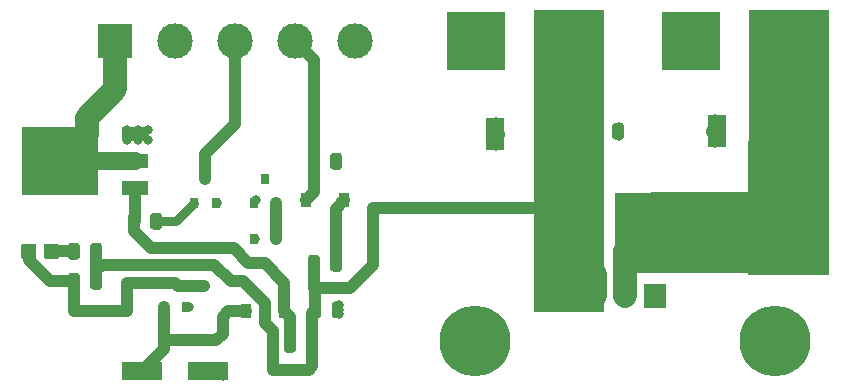
<source format=gbr>
G04 #@! TF.GenerationSoftware,KiCad,Pcbnew,(5.1.2)-2*
G04 #@! TF.CreationDate,2019-08-17T13:58:46+01:00*
G04 #@! TF.ProjectId,Sequencer,53657175-656e-4636-9572-2e6b69636164,rev?*
G04 #@! TF.SameCoordinates,Original*
G04 #@! TF.FileFunction,Copper,L1,Top*
G04 #@! TF.FilePolarity,Positive*
%FSLAX46Y46*%
G04 Gerber Fmt 4.6, Leading zero omitted, Abs format (unit mm)*
G04 Created by KiCad (PCBNEW (5.1.2)-2) date 2019-08-17 13:58:46*
%MOMM*%
%LPD*%
G04 APERTURE LIST*
%ADD10C,0.100000*%
%ADD11R,5.000000X5.000000*%
%ADD12O,1.905000X2.000000*%
%ADD13R,1.905000X2.000000*%
%ADD14R,3.500000X1.600000*%
%ADD15C,0.975000*%
%ADD16R,0.900000X1.200000*%
%ADD17R,0.800000X0.900000*%
%ADD18C,1.300000*%
%ADD19R,1.500000X2.700000*%
%ADD20C,3.000000*%
%ADD21R,3.000000X3.000000*%
%ADD22R,2.200000X1.200000*%
%ADD23R,6.400000X5.800000*%
%ADD24C,6.000000*%
%ADD25C,0.800000*%
%ADD26C,0.800000*%
%ADD27C,1.000000*%
%ADD28C,1.600000*%
%ADD29C,2.000000*%
%ADD30C,5.000000*%
%ADD31C,1.500000*%
G04 APERTURE END LIST*
D10*
G36*
X159385000Y-95885000D02*
G01*
X152654000Y-95885000D01*
X152717500Y-73533000D01*
X159448500Y-73533000D01*
X159385000Y-95885000D01*
G37*
X159385000Y-95885000D02*
X152654000Y-95885000D01*
X152717500Y-73533000D01*
X159448500Y-73533000D01*
X159385000Y-95885000D01*
G36*
X158115000Y-95758000D02*
G01*
X141351000Y-95758000D01*
X141351000Y-89027000D01*
X158115000Y-89027000D01*
X158115000Y-95758000D01*
G37*
X158115000Y-95758000D02*
X141351000Y-95758000D01*
X141351000Y-89027000D01*
X158115000Y-89027000D01*
X158115000Y-95758000D01*
G36*
X140335000Y-99060000D02*
G01*
X134493000Y-99060000D01*
X134493000Y-73533000D01*
X140335000Y-73533000D01*
X140335000Y-99060000D01*
G37*
X140335000Y-99060000D02*
X134493000Y-99060000D01*
X134493000Y-73533000D01*
X140335000Y-73533000D01*
X140335000Y-99060000D01*
D11*
X137554000Y-76200000D03*
X129654000Y-76200000D03*
X147815000Y-76200000D03*
X155715000Y-76200000D03*
D12*
X139700000Y-97790000D03*
X142240000Y-97790000D03*
D13*
X144780000Y-97790000D03*
D14*
X101340000Y-104140000D03*
X106940000Y-104140000D03*
D10*
G36*
X116297142Y-98234174D02*
G01*
X116320803Y-98237684D01*
X116344007Y-98243496D01*
X116366529Y-98251554D01*
X116388153Y-98261782D01*
X116408670Y-98274079D01*
X116427883Y-98288329D01*
X116445607Y-98304393D01*
X116461671Y-98322117D01*
X116475921Y-98341330D01*
X116488218Y-98361847D01*
X116498446Y-98383471D01*
X116506504Y-98405993D01*
X116512316Y-98429197D01*
X116515826Y-98452858D01*
X116517000Y-98476750D01*
X116517000Y-99389250D01*
X116515826Y-99413142D01*
X116512316Y-99436803D01*
X116506504Y-99460007D01*
X116498446Y-99482529D01*
X116488218Y-99504153D01*
X116475921Y-99524670D01*
X116461671Y-99543883D01*
X116445607Y-99561607D01*
X116427883Y-99577671D01*
X116408670Y-99591921D01*
X116388153Y-99604218D01*
X116366529Y-99614446D01*
X116344007Y-99622504D01*
X116320803Y-99628316D01*
X116297142Y-99631826D01*
X116273250Y-99633000D01*
X115785750Y-99633000D01*
X115761858Y-99631826D01*
X115738197Y-99628316D01*
X115714993Y-99622504D01*
X115692471Y-99614446D01*
X115670847Y-99604218D01*
X115650330Y-99591921D01*
X115631117Y-99577671D01*
X115613393Y-99561607D01*
X115597329Y-99543883D01*
X115583079Y-99524670D01*
X115570782Y-99504153D01*
X115560554Y-99482529D01*
X115552496Y-99460007D01*
X115546684Y-99436803D01*
X115543174Y-99413142D01*
X115542000Y-99389250D01*
X115542000Y-98476750D01*
X115543174Y-98452858D01*
X115546684Y-98429197D01*
X115552496Y-98405993D01*
X115560554Y-98383471D01*
X115570782Y-98361847D01*
X115583079Y-98341330D01*
X115597329Y-98322117D01*
X115613393Y-98304393D01*
X115631117Y-98288329D01*
X115650330Y-98274079D01*
X115670847Y-98261782D01*
X115692471Y-98251554D01*
X115714993Y-98243496D01*
X115738197Y-98237684D01*
X115761858Y-98234174D01*
X115785750Y-98233000D01*
X116273250Y-98233000D01*
X116297142Y-98234174D01*
X116297142Y-98234174D01*
G37*
D15*
X116029500Y-98933000D03*
D10*
G36*
X118172142Y-98234174D02*
G01*
X118195803Y-98237684D01*
X118219007Y-98243496D01*
X118241529Y-98251554D01*
X118263153Y-98261782D01*
X118283670Y-98274079D01*
X118302883Y-98288329D01*
X118320607Y-98304393D01*
X118336671Y-98322117D01*
X118350921Y-98341330D01*
X118363218Y-98361847D01*
X118373446Y-98383471D01*
X118381504Y-98405993D01*
X118387316Y-98429197D01*
X118390826Y-98452858D01*
X118392000Y-98476750D01*
X118392000Y-99389250D01*
X118390826Y-99413142D01*
X118387316Y-99436803D01*
X118381504Y-99460007D01*
X118373446Y-99482529D01*
X118363218Y-99504153D01*
X118350921Y-99524670D01*
X118336671Y-99543883D01*
X118320607Y-99561607D01*
X118302883Y-99577671D01*
X118283670Y-99591921D01*
X118263153Y-99604218D01*
X118241529Y-99614446D01*
X118219007Y-99622504D01*
X118195803Y-99628316D01*
X118172142Y-99631826D01*
X118148250Y-99633000D01*
X117660750Y-99633000D01*
X117636858Y-99631826D01*
X117613197Y-99628316D01*
X117589993Y-99622504D01*
X117567471Y-99614446D01*
X117545847Y-99604218D01*
X117525330Y-99591921D01*
X117506117Y-99577671D01*
X117488393Y-99561607D01*
X117472329Y-99543883D01*
X117458079Y-99524670D01*
X117445782Y-99504153D01*
X117435554Y-99482529D01*
X117427496Y-99460007D01*
X117421684Y-99436803D01*
X117418174Y-99413142D01*
X117417000Y-99389250D01*
X117417000Y-98476750D01*
X117418174Y-98452858D01*
X117421684Y-98429197D01*
X117427496Y-98405993D01*
X117435554Y-98383471D01*
X117445782Y-98361847D01*
X117458079Y-98341330D01*
X117472329Y-98322117D01*
X117488393Y-98304393D01*
X117506117Y-98288329D01*
X117525330Y-98274079D01*
X117545847Y-98261782D01*
X117567471Y-98251554D01*
X117589993Y-98243496D01*
X117613197Y-98237684D01*
X117636858Y-98234174D01*
X117660750Y-98233000D01*
X118148250Y-98233000D01*
X118172142Y-98234174D01*
X118172142Y-98234174D01*
G37*
D15*
X117904500Y-98933000D03*
D10*
G36*
X141921142Y-83121174D02*
G01*
X141944803Y-83124684D01*
X141968007Y-83130496D01*
X141990529Y-83138554D01*
X142012153Y-83148782D01*
X142032670Y-83161079D01*
X142051883Y-83175329D01*
X142069607Y-83191393D01*
X142085671Y-83209117D01*
X142099921Y-83228330D01*
X142112218Y-83248847D01*
X142122446Y-83270471D01*
X142130504Y-83292993D01*
X142136316Y-83316197D01*
X142139826Y-83339858D01*
X142141000Y-83363750D01*
X142141000Y-84276250D01*
X142139826Y-84300142D01*
X142136316Y-84323803D01*
X142130504Y-84347007D01*
X142122446Y-84369529D01*
X142112218Y-84391153D01*
X142099921Y-84411670D01*
X142085671Y-84430883D01*
X142069607Y-84448607D01*
X142051883Y-84464671D01*
X142032670Y-84478921D01*
X142012153Y-84491218D01*
X141990529Y-84501446D01*
X141968007Y-84509504D01*
X141944803Y-84515316D01*
X141921142Y-84518826D01*
X141897250Y-84520000D01*
X141409750Y-84520000D01*
X141385858Y-84518826D01*
X141362197Y-84515316D01*
X141338993Y-84509504D01*
X141316471Y-84501446D01*
X141294847Y-84491218D01*
X141274330Y-84478921D01*
X141255117Y-84464671D01*
X141237393Y-84448607D01*
X141221329Y-84430883D01*
X141207079Y-84411670D01*
X141194782Y-84391153D01*
X141184554Y-84369529D01*
X141176496Y-84347007D01*
X141170684Y-84323803D01*
X141167174Y-84300142D01*
X141166000Y-84276250D01*
X141166000Y-83363750D01*
X141167174Y-83339858D01*
X141170684Y-83316197D01*
X141176496Y-83292993D01*
X141184554Y-83270471D01*
X141194782Y-83248847D01*
X141207079Y-83228330D01*
X141221329Y-83209117D01*
X141237393Y-83191393D01*
X141255117Y-83175329D01*
X141274330Y-83161079D01*
X141294847Y-83148782D01*
X141316471Y-83138554D01*
X141338993Y-83130496D01*
X141362197Y-83124684D01*
X141385858Y-83121174D01*
X141409750Y-83120000D01*
X141897250Y-83120000D01*
X141921142Y-83121174D01*
X141921142Y-83121174D01*
G37*
D15*
X141653500Y-83820000D03*
D10*
G36*
X140046142Y-83121174D02*
G01*
X140069803Y-83124684D01*
X140093007Y-83130496D01*
X140115529Y-83138554D01*
X140137153Y-83148782D01*
X140157670Y-83161079D01*
X140176883Y-83175329D01*
X140194607Y-83191393D01*
X140210671Y-83209117D01*
X140224921Y-83228330D01*
X140237218Y-83248847D01*
X140247446Y-83270471D01*
X140255504Y-83292993D01*
X140261316Y-83316197D01*
X140264826Y-83339858D01*
X140266000Y-83363750D01*
X140266000Y-84276250D01*
X140264826Y-84300142D01*
X140261316Y-84323803D01*
X140255504Y-84347007D01*
X140247446Y-84369529D01*
X140237218Y-84391153D01*
X140224921Y-84411670D01*
X140210671Y-84430883D01*
X140194607Y-84448607D01*
X140176883Y-84464671D01*
X140157670Y-84478921D01*
X140137153Y-84491218D01*
X140115529Y-84501446D01*
X140093007Y-84509504D01*
X140069803Y-84515316D01*
X140046142Y-84518826D01*
X140022250Y-84520000D01*
X139534750Y-84520000D01*
X139510858Y-84518826D01*
X139487197Y-84515316D01*
X139463993Y-84509504D01*
X139441471Y-84501446D01*
X139419847Y-84491218D01*
X139399330Y-84478921D01*
X139380117Y-84464671D01*
X139362393Y-84448607D01*
X139346329Y-84430883D01*
X139332079Y-84411670D01*
X139319782Y-84391153D01*
X139309554Y-84369529D01*
X139301496Y-84347007D01*
X139295684Y-84323803D01*
X139292174Y-84300142D01*
X139291000Y-84276250D01*
X139291000Y-83363750D01*
X139292174Y-83339858D01*
X139295684Y-83316197D01*
X139301496Y-83292993D01*
X139309554Y-83270471D01*
X139319782Y-83248847D01*
X139332079Y-83228330D01*
X139346329Y-83209117D01*
X139362393Y-83191393D01*
X139380117Y-83175329D01*
X139399330Y-83161079D01*
X139419847Y-83148782D01*
X139441471Y-83138554D01*
X139463993Y-83130496D01*
X139487197Y-83124684D01*
X139510858Y-83121174D01*
X139534750Y-83120000D01*
X140022250Y-83120000D01*
X140046142Y-83121174D01*
X140046142Y-83121174D01*
G37*
D15*
X139778500Y-83820000D03*
D10*
G36*
X116170142Y-85661174D02*
G01*
X116193803Y-85664684D01*
X116217007Y-85670496D01*
X116239529Y-85678554D01*
X116261153Y-85688782D01*
X116281670Y-85701079D01*
X116300883Y-85715329D01*
X116318607Y-85731393D01*
X116334671Y-85749117D01*
X116348921Y-85768330D01*
X116361218Y-85788847D01*
X116371446Y-85810471D01*
X116379504Y-85832993D01*
X116385316Y-85856197D01*
X116388826Y-85879858D01*
X116390000Y-85903750D01*
X116390000Y-86816250D01*
X116388826Y-86840142D01*
X116385316Y-86863803D01*
X116379504Y-86887007D01*
X116371446Y-86909529D01*
X116361218Y-86931153D01*
X116348921Y-86951670D01*
X116334671Y-86970883D01*
X116318607Y-86988607D01*
X116300883Y-87004671D01*
X116281670Y-87018921D01*
X116261153Y-87031218D01*
X116239529Y-87041446D01*
X116217007Y-87049504D01*
X116193803Y-87055316D01*
X116170142Y-87058826D01*
X116146250Y-87060000D01*
X115658750Y-87060000D01*
X115634858Y-87058826D01*
X115611197Y-87055316D01*
X115587993Y-87049504D01*
X115565471Y-87041446D01*
X115543847Y-87031218D01*
X115523330Y-87018921D01*
X115504117Y-87004671D01*
X115486393Y-86988607D01*
X115470329Y-86970883D01*
X115456079Y-86951670D01*
X115443782Y-86931153D01*
X115433554Y-86909529D01*
X115425496Y-86887007D01*
X115419684Y-86863803D01*
X115416174Y-86840142D01*
X115415000Y-86816250D01*
X115415000Y-85903750D01*
X115416174Y-85879858D01*
X115419684Y-85856197D01*
X115425496Y-85832993D01*
X115433554Y-85810471D01*
X115443782Y-85788847D01*
X115456079Y-85768330D01*
X115470329Y-85749117D01*
X115486393Y-85731393D01*
X115504117Y-85715329D01*
X115523330Y-85701079D01*
X115543847Y-85688782D01*
X115565471Y-85678554D01*
X115587993Y-85670496D01*
X115611197Y-85664684D01*
X115634858Y-85661174D01*
X115658750Y-85660000D01*
X116146250Y-85660000D01*
X116170142Y-85661174D01*
X116170142Y-85661174D01*
G37*
D15*
X115902500Y-86360000D03*
D10*
G36*
X118045142Y-85661174D02*
G01*
X118068803Y-85664684D01*
X118092007Y-85670496D01*
X118114529Y-85678554D01*
X118136153Y-85688782D01*
X118156670Y-85701079D01*
X118175883Y-85715329D01*
X118193607Y-85731393D01*
X118209671Y-85749117D01*
X118223921Y-85768330D01*
X118236218Y-85788847D01*
X118246446Y-85810471D01*
X118254504Y-85832993D01*
X118260316Y-85856197D01*
X118263826Y-85879858D01*
X118265000Y-85903750D01*
X118265000Y-86816250D01*
X118263826Y-86840142D01*
X118260316Y-86863803D01*
X118254504Y-86887007D01*
X118246446Y-86909529D01*
X118236218Y-86931153D01*
X118223921Y-86951670D01*
X118209671Y-86970883D01*
X118193607Y-86988607D01*
X118175883Y-87004671D01*
X118156670Y-87018921D01*
X118136153Y-87031218D01*
X118114529Y-87041446D01*
X118092007Y-87049504D01*
X118068803Y-87055316D01*
X118045142Y-87058826D01*
X118021250Y-87060000D01*
X117533750Y-87060000D01*
X117509858Y-87058826D01*
X117486197Y-87055316D01*
X117462993Y-87049504D01*
X117440471Y-87041446D01*
X117418847Y-87031218D01*
X117398330Y-87018921D01*
X117379117Y-87004671D01*
X117361393Y-86988607D01*
X117345329Y-86970883D01*
X117331079Y-86951670D01*
X117318782Y-86931153D01*
X117308554Y-86909529D01*
X117300496Y-86887007D01*
X117294684Y-86863803D01*
X117291174Y-86840142D01*
X117290000Y-86816250D01*
X117290000Y-85903750D01*
X117291174Y-85879858D01*
X117294684Y-85856197D01*
X117300496Y-85832993D01*
X117308554Y-85810471D01*
X117318782Y-85788847D01*
X117331079Y-85768330D01*
X117345329Y-85749117D01*
X117361393Y-85731393D01*
X117379117Y-85715329D01*
X117398330Y-85701079D01*
X117418847Y-85688782D01*
X117440471Y-85678554D01*
X117462993Y-85670496D01*
X117486197Y-85664684D01*
X117509858Y-85661174D01*
X117533750Y-85660000D01*
X118021250Y-85660000D01*
X118045142Y-85661174D01*
X118045142Y-85661174D01*
G37*
D15*
X117777500Y-86360000D03*
D16*
X113410000Y-99060000D03*
X110110000Y-99060000D03*
D17*
X110810000Y-89900000D03*
X112710000Y-89900000D03*
X111760000Y-87900000D03*
D16*
X118490000Y-89662000D03*
X115190000Y-89662000D03*
D10*
G36*
X92184504Y-93331204D02*
G01*
X92208773Y-93334804D01*
X92232571Y-93340765D01*
X92255671Y-93349030D01*
X92277849Y-93359520D01*
X92298893Y-93372133D01*
X92318598Y-93386747D01*
X92336777Y-93403223D01*
X92353253Y-93421402D01*
X92367867Y-93441107D01*
X92380480Y-93462151D01*
X92390970Y-93484329D01*
X92399235Y-93507429D01*
X92405196Y-93531227D01*
X92408796Y-93555496D01*
X92410000Y-93580000D01*
X92410000Y-94380000D01*
X92408796Y-94404504D01*
X92405196Y-94428773D01*
X92399235Y-94452571D01*
X92390970Y-94475671D01*
X92380480Y-94497849D01*
X92367867Y-94518893D01*
X92353253Y-94538598D01*
X92336777Y-94556777D01*
X92318598Y-94573253D01*
X92298893Y-94587867D01*
X92277849Y-94600480D01*
X92255671Y-94610970D01*
X92232571Y-94619235D01*
X92208773Y-94625196D01*
X92184504Y-94628796D01*
X92160000Y-94630000D01*
X91335000Y-94630000D01*
X91310496Y-94628796D01*
X91286227Y-94625196D01*
X91262429Y-94619235D01*
X91239329Y-94610970D01*
X91217151Y-94600480D01*
X91196107Y-94587867D01*
X91176402Y-94573253D01*
X91158223Y-94556777D01*
X91141747Y-94538598D01*
X91127133Y-94518893D01*
X91114520Y-94497849D01*
X91104030Y-94475671D01*
X91095765Y-94452571D01*
X91089804Y-94428773D01*
X91086204Y-94404504D01*
X91085000Y-94380000D01*
X91085000Y-93580000D01*
X91086204Y-93555496D01*
X91089804Y-93531227D01*
X91095765Y-93507429D01*
X91104030Y-93484329D01*
X91114520Y-93462151D01*
X91127133Y-93441107D01*
X91141747Y-93421402D01*
X91158223Y-93403223D01*
X91176402Y-93386747D01*
X91196107Y-93372133D01*
X91217151Y-93359520D01*
X91239329Y-93349030D01*
X91262429Y-93340765D01*
X91286227Y-93334804D01*
X91310496Y-93331204D01*
X91335000Y-93330000D01*
X92160000Y-93330000D01*
X92184504Y-93331204D01*
X92184504Y-93331204D01*
G37*
D18*
X91747500Y-93980000D03*
D10*
G36*
X94109504Y-93331204D02*
G01*
X94133773Y-93334804D01*
X94157571Y-93340765D01*
X94180671Y-93349030D01*
X94202849Y-93359520D01*
X94223893Y-93372133D01*
X94243598Y-93386747D01*
X94261777Y-93403223D01*
X94278253Y-93421402D01*
X94292867Y-93441107D01*
X94305480Y-93462151D01*
X94315970Y-93484329D01*
X94324235Y-93507429D01*
X94330196Y-93531227D01*
X94333796Y-93555496D01*
X94335000Y-93580000D01*
X94335000Y-94380000D01*
X94333796Y-94404504D01*
X94330196Y-94428773D01*
X94324235Y-94452571D01*
X94315970Y-94475671D01*
X94305480Y-94497849D01*
X94292867Y-94518893D01*
X94278253Y-94538598D01*
X94261777Y-94556777D01*
X94243598Y-94573253D01*
X94223893Y-94587867D01*
X94202849Y-94600480D01*
X94180671Y-94610970D01*
X94157571Y-94619235D01*
X94133773Y-94625196D01*
X94109504Y-94628796D01*
X94085000Y-94630000D01*
X93260000Y-94630000D01*
X93235496Y-94628796D01*
X93211227Y-94625196D01*
X93187429Y-94619235D01*
X93164329Y-94610970D01*
X93142151Y-94600480D01*
X93121107Y-94587867D01*
X93101402Y-94573253D01*
X93083223Y-94556777D01*
X93066747Y-94538598D01*
X93052133Y-94518893D01*
X93039520Y-94497849D01*
X93029030Y-94475671D01*
X93020765Y-94452571D01*
X93014804Y-94428773D01*
X93011204Y-94404504D01*
X93010000Y-94380000D01*
X93010000Y-93580000D01*
X93011204Y-93555496D01*
X93014804Y-93531227D01*
X93020765Y-93507429D01*
X93029030Y-93484329D01*
X93039520Y-93462151D01*
X93052133Y-93441107D01*
X93066747Y-93421402D01*
X93083223Y-93403223D01*
X93101402Y-93386747D01*
X93121107Y-93372133D01*
X93142151Y-93359520D01*
X93164329Y-93349030D01*
X93187429Y-93340765D01*
X93211227Y-93334804D01*
X93235496Y-93331204D01*
X93260000Y-93330000D01*
X94085000Y-93330000D01*
X94109504Y-93331204D01*
X94109504Y-93331204D01*
G37*
D18*
X93672500Y-93980000D03*
D19*
X131204000Y-84074000D03*
X136004000Y-84074000D03*
X154800000Y-83820000D03*
X150000000Y-83820000D03*
D20*
X104140000Y-76200000D03*
X109220000Y-76200000D03*
D21*
X99060000Y-76200000D03*
D20*
X114300000Y-76200000D03*
X119380000Y-76200000D03*
D17*
X112710000Y-92980000D03*
X110810000Y-92980000D03*
X111760000Y-94980000D03*
X104140000Y-96663000D03*
X105090000Y-98663000D03*
X103190000Y-98663000D03*
X106680000Y-87900000D03*
X107630000Y-89900000D03*
X105730000Y-89900000D03*
D10*
G36*
X102805142Y-90741174D02*
G01*
X102828803Y-90744684D01*
X102852007Y-90750496D01*
X102874529Y-90758554D01*
X102896153Y-90768782D01*
X102916670Y-90781079D01*
X102935883Y-90795329D01*
X102953607Y-90811393D01*
X102969671Y-90829117D01*
X102983921Y-90848330D01*
X102996218Y-90868847D01*
X103006446Y-90890471D01*
X103014504Y-90912993D01*
X103020316Y-90936197D01*
X103023826Y-90959858D01*
X103025000Y-90983750D01*
X103025000Y-91896250D01*
X103023826Y-91920142D01*
X103020316Y-91943803D01*
X103014504Y-91967007D01*
X103006446Y-91989529D01*
X102996218Y-92011153D01*
X102983921Y-92031670D01*
X102969671Y-92050883D01*
X102953607Y-92068607D01*
X102935883Y-92084671D01*
X102916670Y-92098921D01*
X102896153Y-92111218D01*
X102874529Y-92121446D01*
X102852007Y-92129504D01*
X102828803Y-92135316D01*
X102805142Y-92138826D01*
X102781250Y-92140000D01*
X102293750Y-92140000D01*
X102269858Y-92138826D01*
X102246197Y-92135316D01*
X102222993Y-92129504D01*
X102200471Y-92121446D01*
X102178847Y-92111218D01*
X102158330Y-92098921D01*
X102139117Y-92084671D01*
X102121393Y-92068607D01*
X102105329Y-92050883D01*
X102091079Y-92031670D01*
X102078782Y-92011153D01*
X102068554Y-91989529D01*
X102060496Y-91967007D01*
X102054684Y-91943803D01*
X102051174Y-91920142D01*
X102050000Y-91896250D01*
X102050000Y-90983750D01*
X102051174Y-90959858D01*
X102054684Y-90936197D01*
X102060496Y-90912993D01*
X102068554Y-90890471D01*
X102078782Y-90868847D01*
X102091079Y-90848330D01*
X102105329Y-90829117D01*
X102121393Y-90811393D01*
X102139117Y-90795329D01*
X102158330Y-90781079D01*
X102178847Y-90768782D01*
X102200471Y-90758554D01*
X102222993Y-90750496D01*
X102246197Y-90744684D01*
X102269858Y-90741174D01*
X102293750Y-90740000D01*
X102781250Y-90740000D01*
X102805142Y-90741174D01*
X102805142Y-90741174D01*
G37*
D15*
X102537500Y-91440000D03*
D10*
G36*
X100930142Y-90741174D02*
G01*
X100953803Y-90744684D01*
X100977007Y-90750496D01*
X100999529Y-90758554D01*
X101021153Y-90768782D01*
X101041670Y-90781079D01*
X101060883Y-90795329D01*
X101078607Y-90811393D01*
X101094671Y-90829117D01*
X101108921Y-90848330D01*
X101121218Y-90868847D01*
X101131446Y-90890471D01*
X101139504Y-90912993D01*
X101145316Y-90936197D01*
X101148826Y-90959858D01*
X101150000Y-90983750D01*
X101150000Y-91896250D01*
X101148826Y-91920142D01*
X101145316Y-91943803D01*
X101139504Y-91967007D01*
X101131446Y-91989529D01*
X101121218Y-92011153D01*
X101108921Y-92031670D01*
X101094671Y-92050883D01*
X101078607Y-92068607D01*
X101060883Y-92084671D01*
X101041670Y-92098921D01*
X101021153Y-92111218D01*
X100999529Y-92121446D01*
X100977007Y-92129504D01*
X100953803Y-92135316D01*
X100930142Y-92138826D01*
X100906250Y-92140000D01*
X100418750Y-92140000D01*
X100394858Y-92138826D01*
X100371197Y-92135316D01*
X100347993Y-92129504D01*
X100325471Y-92121446D01*
X100303847Y-92111218D01*
X100283330Y-92098921D01*
X100264117Y-92084671D01*
X100246393Y-92068607D01*
X100230329Y-92050883D01*
X100216079Y-92031670D01*
X100203782Y-92011153D01*
X100193554Y-91989529D01*
X100185496Y-91967007D01*
X100179684Y-91943803D01*
X100176174Y-91920142D01*
X100175000Y-91896250D01*
X100175000Y-90983750D01*
X100176174Y-90959858D01*
X100179684Y-90936197D01*
X100185496Y-90912993D01*
X100193554Y-90890471D01*
X100203782Y-90868847D01*
X100216079Y-90848330D01*
X100230329Y-90829117D01*
X100246393Y-90811393D01*
X100264117Y-90795329D01*
X100283330Y-90781079D01*
X100303847Y-90768782D01*
X100325471Y-90758554D01*
X100347993Y-90750496D01*
X100371197Y-90744684D01*
X100394858Y-90741174D01*
X100418750Y-90740000D01*
X100906250Y-90740000D01*
X100930142Y-90741174D01*
X100930142Y-90741174D01*
G37*
D15*
X100662500Y-91440000D03*
D10*
G36*
X114138142Y-101155174D02*
G01*
X114161803Y-101158684D01*
X114185007Y-101164496D01*
X114207529Y-101172554D01*
X114229153Y-101182782D01*
X114249670Y-101195079D01*
X114268883Y-101209329D01*
X114286607Y-101225393D01*
X114302671Y-101243117D01*
X114316921Y-101262330D01*
X114329218Y-101282847D01*
X114339446Y-101304471D01*
X114347504Y-101326993D01*
X114353316Y-101350197D01*
X114356826Y-101373858D01*
X114358000Y-101397750D01*
X114358000Y-102310250D01*
X114356826Y-102334142D01*
X114353316Y-102357803D01*
X114347504Y-102381007D01*
X114339446Y-102403529D01*
X114329218Y-102425153D01*
X114316921Y-102445670D01*
X114302671Y-102464883D01*
X114286607Y-102482607D01*
X114268883Y-102498671D01*
X114249670Y-102512921D01*
X114229153Y-102525218D01*
X114207529Y-102535446D01*
X114185007Y-102543504D01*
X114161803Y-102549316D01*
X114138142Y-102552826D01*
X114114250Y-102554000D01*
X113626750Y-102554000D01*
X113602858Y-102552826D01*
X113579197Y-102549316D01*
X113555993Y-102543504D01*
X113533471Y-102535446D01*
X113511847Y-102525218D01*
X113491330Y-102512921D01*
X113472117Y-102498671D01*
X113454393Y-102482607D01*
X113438329Y-102464883D01*
X113424079Y-102445670D01*
X113411782Y-102425153D01*
X113401554Y-102403529D01*
X113393496Y-102381007D01*
X113387684Y-102357803D01*
X113384174Y-102334142D01*
X113383000Y-102310250D01*
X113383000Y-101397750D01*
X113384174Y-101373858D01*
X113387684Y-101350197D01*
X113393496Y-101326993D01*
X113401554Y-101304471D01*
X113411782Y-101282847D01*
X113424079Y-101262330D01*
X113438329Y-101243117D01*
X113454393Y-101225393D01*
X113472117Y-101209329D01*
X113491330Y-101195079D01*
X113511847Y-101182782D01*
X113533471Y-101172554D01*
X113555993Y-101164496D01*
X113579197Y-101158684D01*
X113602858Y-101155174D01*
X113626750Y-101154000D01*
X114114250Y-101154000D01*
X114138142Y-101155174D01*
X114138142Y-101155174D01*
G37*
D15*
X113870500Y-101854000D03*
D10*
G36*
X116013142Y-101155174D02*
G01*
X116036803Y-101158684D01*
X116060007Y-101164496D01*
X116082529Y-101172554D01*
X116104153Y-101182782D01*
X116124670Y-101195079D01*
X116143883Y-101209329D01*
X116161607Y-101225393D01*
X116177671Y-101243117D01*
X116191921Y-101262330D01*
X116204218Y-101282847D01*
X116214446Y-101304471D01*
X116222504Y-101326993D01*
X116228316Y-101350197D01*
X116231826Y-101373858D01*
X116233000Y-101397750D01*
X116233000Y-102310250D01*
X116231826Y-102334142D01*
X116228316Y-102357803D01*
X116222504Y-102381007D01*
X116214446Y-102403529D01*
X116204218Y-102425153D01*
X116191921Y-102445670D01*
X116177671Y-102464883D01*
X116161607Y-102482607D01*
X116143883Y-102498671D01*
X116124670Y-102512921D01*
X116104153Y-102525218D01*
X116082529Y-102535446D01*
X116060007Y-102543504D01*
X116036803Y-102549316D01*
X116013142Y-102552826D01*
X115989250Y-102554000D01*
X115501750Y-102554000D01*
X115477858Y-102552826D01*
X115454197Y-102549316D01*
X115430993Y-102543504D01*
X115408471Y-102535446D01*
X115386847Y-102525218D01*
X115366330Y-102512921D01*
X115347117Y-102498671D01*
X115329393Y-102482607D01*
X115313329Y-102464883D01*
X115299079Y-102445670D01*
X115286782Y-102425153D01*
X115276554Y-102403529D01*
X115268496Y-102381007D01*
X115262684Y-102357803D01*
X115259174Y-102334142D01*
X115258000Y-102310250D01*
X115258000Y-101397750D01*
X115259174Y-101373858D01*
X115262684Y-101350197D01*
X115268496Y-101326993D01*
X115276554Y-101304471D01*
X115286782Y-101282847D01*
X115299079Y-101262330D01*
X115313329Y-101243117D01*
X115329393Y-101225393D01*
X115347117Y-101209329D01*
X115366330Y-101195079D01*
X115386847Y-101182782D01*
X115408471Y-101172554D01*
X115430993Y-101164496D01*
X115454197Y-101158684D01*
X115477858Y-101155174D01*
X115501750Y-101154000D01*
X115989250Y-101154000D01*
X116013142Y-101155174D01*
X116013142Y-101155174D01*
G37*
D15*
X115745500Y-101854000D03*
D10*
G36*
X116170142Y-94297174D02*
G01*
X116193803Y-94300684D01*
X116217007Y-94306496D01*
X116239529Y-94314554D01*
X116261153Y-94324782D01*
X116281670Y-94337079D01*
X116300883Y-94351329D01*
X116318607Y-94367393D01*
X116334671Y-94385117D01*
X116348921Y-94404330D01*
X116361218Y-94424847D01*
X116371446Y-94446471D01*
X116379504Y-94468993D01*
X116385316Y-94492197D01*
X116388826Y-94515858D01*
X116390000Y-94539750D01*
X116390000Y-95452250D01*
X116388826Y-95476142D01*
X116385316Y-95499803D01*
X116379504Y-95523007D01*
X116371446Y-95545529D01*
X116361218Y-95567153D01*
X116348921Y-95587670D01*
X116334671Y-95606883D01*
X116318607Y-95624607D01*
X116300883Y-95640671D01*
X116281670Y-95654921D01*
X116261153Y-95667218D01*
X116239529Y-95677446D01*
X116217007Y-95685504D01*
X116193803Y-95691316D01*
X116170142Y-95694826D01*
X116146250Y-95696000D01*
X115658750Y-95696000D01*
X115634858Y-95694826D01*
X115611197Y-95691316D01*
X115587993Y-95685504D01*
X115565471Y-95677446D01*
X115543847Y-95667218D01*
X115523330Y-95654921D01*
X115504117Y-95640671D01*
X115486393Y-95624607D01*
X115470329Y-95606883D01*
X115456079Y-95587670D01*
X115443782Y-95567153D01*
X115433554Y-95545529D01*
X115425496Y-95523007D01*
X115419684Y-95499803D01*
X115416174Y-95476142D01*
X115415000Y-95452250D01*
X115415000Y-94539750D01*
X115416174Y-94515858D01*
X115419684Y-94492197D01*
X115425496Y-94468993D01*
X115433554Y-94446471D01*
X115443782Y-94424847D01*
X115456079Y-94404330D01*
X115470329Y-94385117D01*
X115486393Y-94367393D01*
X115504117Y-94351329D01*
X115523330Y-94337079D01*
X115543847Y-94324782D01*
X115565471Y-94314554D01*
X115587993Y-94306496D01*
X115611197Y-94300684D01*
X115634858Y-94297174D01*
X115658750Y-94296000D01*
X116146250Y-94296000D01*
X116170142Y-94297174D01*
X116170142Y-94297174D01*
G37*
D15*
X115902500Y-94996000D03*
D10*
G36*
X118045142Y-94297174D02*
G01*
X118068803Y-94300684D01*
X118092007Y-94306496D01*
X118114529Y-94314554D01*
X118136153Y-94324782D01*
X118156670Y-94337079D01*
X118175883Y-94351329D01*
X118193607Y-94367393D01*
X118209671Y-94385117D01*
X118223921Y-94404330D01*
X118236218Y-94424847D01*
X118246446Y-94446471D01*
X118254504Y-94468993D01*
X118260316Y-94492197D01*
X118263826Y-94515858D01*
X118265000Y-94539750D01*
X118265000Y-95452250D01*
X118263826Y-95476142D01*
X118260316Y-95499803D01*
X118254504Y-95523007D01*
X118246446Y-95545529D01*
X118236218Y-95567153D01*
X118223921Y-95587670D01*
X118209671Y-95606883D01*
X118193607Y-95624607D01*
X118175883Y-95640671D01*
X118156670Y-95654921D01*
X118136153Y-95667218D01*
X118114529Y-95677446D01*
X118092007Y-95685504D01*
X118068803Y-95691316D01*
X118045142Y-95694826D01*
X118021250Y-95696000D01*
X117533750Y-95696000D01*
X117509858Y-95694826D01*
X117486197Y-95691316D01*
X117462993Y-95685504D01*
X117440471Y-95677446D01*
X117418847Y-95667218D01*
X117398330Y-95654921D01*
X117379117Y-95640671D01*
X117361393Y-95624607D01*
X117345329Y-95606883D01*
X117331079Y-95587670D01*
X117318782Y-95567153D01*
X117308554Y-95545529D01*
X117300496Y-95523007D01*
X117294684Y-95499803D01*
X117291174Y-95476142D01*
X117290000Y-95452250D01*
X117290000Y-94539750D01*
X117291174Y-94515858D01*
X117294684Y-94492197D01*
X117300496Y-94468993D01*
X117308554Y-94446471D01*
X117318782Y-94424847D01*
X117331079Y-94404330D01*
X117345329Y-94385117D01*
X117361393Y-94367393D01*
X117379117Y-94351329D01*
X117398330Y-94337079D01*
X117418847Y-94324782D01*
X117440471Y-94314554D01*
X117462993Y-94306496D01*
X117486197Y-94300684D01*
X117509858Y-94297174D01*
X117533750Y-94296000D01*
X118021250Y-94296000D01*
X118045142Y-94297174D01*
X118045142Y-94297174D01*
G37*
D15*
X117777500Y-94996000D03*
D10*
G36*
X95850142Y-93281174D02*
G01*
X95873803Y-93284684D01*
X95897007Y-93290496D01*
X95919529Y-93298554D01*
X95941153Y-93308782D01*
X95961670Y-93321079D01*
X95980883Y-93335329D01*
X95998607Y-93351393D01*
X96014671Y-93369117D01*
X96028921Y-93388330D01*
X96041218Y-93408847D01*
X96051446Y-93430471D01*
X96059504Y-93452993D01*
X96065316Y-93476197D01*
X96068826Y-93499858D01*
X96070000Y-93523750D01*
X96070000Y-94436250D01*
X96068826Y-94460142D01*
X96065316Y-94483803D01*
X96059504Y-94507007D01*
X96051446Y-94529529D01*
X96041218Y-94551153D01*
X96028921Y-94571670D01*
X96014671Y-94590883D01*
X95998607Y-94608607D01*
X95980883Y-94624671D01*
X95961670Y-94638921D01*
X95941153Y-94651218D01*
X95919529Y-94661446D01*
X95897007Y-94669504D01*
X95873803Y-94675316D01*
X95850142Y-94678826D01*
X95826250Y-94680000D01*
X95338750Y-94680000D01*
X95314858Y-94678826D01*
X95291197Y-94675316D01*
X95267993Y-94669504D01*
X95245471Y-94661446D01*
X95223847Y-94651218D01*
X95203330Y-94638921D01*
X95184117Y-94624671D01*
X95166393Y-94608607D01*
X95150329Y-94590883D01*
X95136079Y-94571670D01*
X95123782Y-94551153D01*
X95113554Y-94529529D01*
X95105496Y-94507007D01*
X95099684Y-94483803D01*
X95096174Y-94460142D01*
X95095000Y-94436250D01*
X95095000Y-93523750D01*
X95096174Y-93499858D01*
X95099684Y-93476197D01*
X95105496Y-93452993D01*
X95113554Y-93430471D01*
X95123782Y-93408847D01*
X95136079Y-93388330D01*
X95150329Y-93369117D01*
X95166393Y-93351393D01*
X95184117Y-93335329D01*
X95203330Y-93321079D01*
X95223847Y-93308782D01*
X95245471Y-93298554D01*
X95267993Y-93290496D01*
X95291197Y-93284684D01*
X95314858Y-93281174D01*
X95338750Y-93280000D01*
X95826250Y-93280000D01*
X95850142Y-93281174D01*
X95850142Y-93281174D01*
G37*
D15*
X95582500Y-93980000D03*
D10*
G36*
X97725142Y-93281174D02*
G01*
X97748803Y-93284684D01*
X97772007Y-93290496D01*
X97794529Y-93298554D01*
X97816153Y-93308782D01*
X97836670Y-93321079D01*
X97855883Y-93335329D01*
X97873607Y-93351393D01*
X97889671Y-93369117D01*
X97903921Y-93388330D01*
X97916218Y-93408847D01*
X97926446Y-93430471D01*
X97934504Y-93452993D01*
X97940316Y-93476197D01*
X97943826Y-93499858D01*
X97945000Y-93523750D01*
X97945000Y-94436250D01*
X97943826Y-94460142D01*
X97940316Y-94483803D01*
X97934504Y-94507007D01*
X97926446Y-94529529D01*
X97916218Y-94551153D01*
X97903921Y-94571670D01*
X97889671Y-94590883D01*
X97873607Y-94608607D01*
X97855883Y-94624671D01*
X97836670Y-94638921D01*
X97816153Y-94651218D01*
X97794529Y-94661446D01*
X97772007Y-94669504D01*
X97748803Y-94675316D01*
X97725142Y-94678826D01*
X97701250Y-94680000D01*
X97213750Y-94680000D01*
X97189858Y-94678826D01*
X97166197Y-94675316D01*
X97142993Y-94669504D01*
X97120471Y-94661446D01*
X97098847Y-94651218D01*
X97078330Y-94638921D01*
X97059117Y-94624671D01*
X97041393Y-94608607D01*
X97025329Y-94590883D01*
X97011079Y-94571670D01*
X96998782Y-94551153D01*
X96988554Y-94529529D01*
X96980496Y-94507007D01*
X96974684Y-94483803D01*
X96971174Y-94460142D01*
X96970000Y-94436250D01*
X96970000Y-93523750D01*
X96971174Y-93499858D01*
X96974684Y-93476197D01*
X96980496Y-93452993D01*
X96988554Y-93430471D01*
X96998782Y-93408847D01*
X97011079Y-93388330D01*
X97025329Y-93369117D01*
X97041393Y-93351393D01*
X97059117Y-93335329D01*
X97078330Y-93321079D01*
X97098847Y-93308782D01*
X97120471Y-93298554D01*
X97142993Y-93290496D01*
X97166197Y-93284684D01*
X97189858Y-93281174D01*
X97213750Y-93280000D01*
X97701250Y-93280000D01*
X97725142Y-93281174D01*
X97725142Y-93281174D01*
G37*
D15*
X97457500Y-93980000D03*
D10*
G36*
X97725142Y-95821174D02*
G01*
X97748803Y-95824684D01*
X97772007Y-95830496D01*
X97794529Y-95838554D01*
X97816153Y-95848782D01*
X97836670Y-95861079D01*
X97855883Y-95875329D01*
X97873607Y-95891393D01*
X97889671Y-95909117D01*
X97903921Y-95928330D01*
X97916218Y-95948847D01*
X97926446Y-95970471D01*
X97934504Y-95992993D01*
X97940316Y-96016197D01*
X97943826Y-96039858D01*
X97945000Y-96063750D01*
X97945000Y-96976250D01*
X97943826Y-97000142D01*
X97940316Y-97023803D01*
X97934504Y-97047007D01*
X97926446Y-97069529D01*
X97916218Y-97091153D01*
X97903921Y-97111670D01*
X97889671Y-97130883D01*
X97873607Y-97148607D01*
X97855883Y-97164671D01*
X97836670Y-97178921D01*
X97816153Y-97191218D01*
X97794529Y-97201446D01*
X97772007Y-97209504D01*
X97748803Y-97215316D01*
X97725142Y-97218826D01*
X97701250Y-97220000D01*
X97213750Y-97220000D01*
X97189858Y-97218826D01*
X97166197Y-97215316D01*
X97142993Y-97209504D01*
X97120471Y-97201446D01*
X97098847Y-97191218D01*
X97078330Y-97178921D01*
X97059117Y-97164671D01*
X97041393Y-97148607D01*
X97025329Y-97130883D01*
X97011079Y-97111670D01*
X96998782Y-97091153D01*
X96988554Y-97069529D01*
X96980496Y-97047007D01*
X96974684Y-97023803D01*
X96971174Y-97000142D01*
X96970000Y-96976250D01*
X96970000Y-96063750D01*
X96971174Y-96039858D01*
X96974684Y-96016197D01*
X96980496Y-95992993D01*
X96988554Y-95970471D01*
X96998782Y-95948847D01*
X97011079Y-95928330D01*
X97025329Y-95909117D01*
X97041393Y-95891393D01*
X97059117Y-95875329D01*
X97078330Y-95861079D01*
X97098847Y-95848782D01*
X97120471Y-95838554D01*
X97142993Y-95830496D01*
X97166197Y-95824684D01*
X97189858Y-95821174D01*
X97213750Y-95820000D01*
X97701250Y-95820000D01*
X97725142Y-95821174D01*
X97725142Y-95821174D01*
G37*
D15*
X97457500Y-96520000D03*
D10*
G36*
X95850142Y-95821174D02*
G01*
X95873803Y-95824684D01*
X95897007Y-95830496D01*
X95919529Y-95838554D01*
X95941153Y-95848782D01*
X95961670Y-95861079D01*
X95980883Y-95875329D01*
X95998607Y-95891393D01*
X96014671Y-95909117D01*
X96028921Y-95928330D01*
X96041218Y-95948847D01*
X96051446Y-95970471D01*
X96059504Y-95992993D01*
X96065316Y-96016197D01*
X96068826Y-96039858D01*
X96070000Y-96063750D01*
X96070000Y-96976250D01*
X96068826Y-97000142D01*
X96065316Y-97023803D01*
X96059504Y-97047007D01*
X96051446Y-97069529D01*
X96041218Y-97091153D01*
X96028921Y-97111670D01*
X96014671Y-97130883D01*
X95998607Y-97148607D01*
X95980883Y-97164671D01*
X95961670Y-97178921D01*
X95941153Y-97191218D01*
X95919529Y-97201446D01*
X95897007Y-97209504D01*
X95873803Y-97215316D01*
X95850142Y-97218826D01*
X95826250Y-97220000D01*
X95338750Y-97220000D01*
X95314858Y-97218826D01*
X95291197Y-97215316D01*
X95267993Y-97209504D01*
X95245471Y-97201446D01*
X95223847Y-97191218D01*
X95203330Y-97178921D01*
X95184117Y-97164671D01*
X95166393Y-97148607D01*
X95150329Y-97130883D01*
X95136079Y-97111670D01*
X95123782Y-97091153D01*
X95113554Y-97069529D01*
X95105496Y-97047007D01*
X95099684Y-97023803D01*
X95096174Y-97000142D01*
X95095000Y-96976250D01*
X95095000Y-96063750D01*
X95096174Y-96039858D01*
X95099684Y-96016197D01*
X95105496Y-95992993D01*
X95113554Y-95970471D01*
X95123782Y-95948847D01*
X95136079Y-95928330D01*
X95150329Y-95909117D01*
X95166393Y-95891393D01*
X95184117Y-95875329D01*
X95203330Y-95861079D01*
X95223847Y-95848782D01*
X95245471Y-95838554D01*
X95267993Y-95830496D01*
X95291197Y-95824684D01*
X95314858Y-95821174D01*
X95338750Y-95820000D01*
X95826250Y-95820000D01*
X95850142Y-95821174D01*
X95850142Y-95821174D01*
G37*
D15*
X95582500Y-96520000D03*
D22*
X100720000Y-88640000D03*
X100720000Y-86360000D03*
X100720000Y-84080000D03*
D23*
X94420000Y-86360000D03*
D24*
X129540000Y-101600000D03*
X154940000Y-101600000D03*
D25*
X101854000Y-83693000D03*
X107696000Y-89916000D03*
X110871000Y-92964000D03*
X110871000Y-92964000D03*
X108204000Y-103759000D03*
X117983000Y-99314000D03*
X117983000Y-98552000D03*
X100076000Y-83693000D03*
X100076000Y-84582000D03*
X100965000Y-84582000D03*
X101854000Y-84582000D03*
X100965000Y-83693000D03*
X141732000Y-83439000D03*
X117856000Y-86360000D03*
X105283000Y-98679000D03*
X108204000Y-104521000D03*
X102537500Y-91440000D03*
X103190000Y-98663000D03*
X131318000Y-85090000D03*
X149860000Y-84836000D03*
X149860000Y-83820000D03*
X149860000Y-82804000D03*
X131318000Y-83058000D03*
X131318000Y-84074000D03*
X141732000Y-84201000D03*
X118490000Y-89662000D03*
X110998000Y-89662000D03*
X100076000Y-99060000D03*
X106553000Y-96901000D03*
D26*
X104190000Y-91440000D02*
X105730000Y-89900000D01*
X102537500Y-91440000D02*
X104190000Y-91440000D01*
D27*
X103190000Y-102290000D02*
X101340000Y-104140000D01*
X108660000Y-99060000D02*
X108204000Y-99516000D01*
X110110000Y-99060000D02*
X108660000Y-99060000D01*
X108204000Y-99516000D02*
X108204000Y-100965000D01*
X107635000Y-101534000D02*
X103190000Y-101534000D01*
X108204000Y-100965000D02*
X107635000Y-101534000D01*
X103190000Y-98663000D02*
X103190000Y-101534000D01*
X103190000Y-101534000D02*
X103190000Y-102290000D01*
D28*
X131204000Y-84074000D02*
X131204000Y-84074000D01*
X149860000Y-83820000D02*
X149860000Y-83820000D01*
X149860000Y-83820000D02*
X149860000Y-83820000D01*
X131204000Y-84074000D02*
X131204000Y-84074000D01*
D27*
X137554000Y-82524000D02*
X136004000Y-84074000D01*
X137554000Y-76200000D02*
X137554000Y-82524000D01*
X139700000Y-78346000D02*
X137554000Y-76200000D01*
D29*
X139700000Y-95885000D02*
X138049000Y-94234000D01*
X139700000Y-97790000D02*
X139700000Y-95885000D01*
X137554000Y-93739000D02*
X139700000Y-95885000D01*
D27*
X118950500Y-97076500D02*
X115902500Y-97076500D01*
X120904000Y-95123000D02*
X118950500Y-97076500D01*
X115902500Y-97076500D02*
X115902500Y-94996000D01*
X116029500Y-97203500D02*
X116029500Y-98933000D01*
X115902500Y-97076500D02*
X116029500Y-97203500D01*
X115745500Y-99217000D02*
X116029500Y-98933000D01*
X115745500Y-101854000D02*
X115745500Y-99217000D01*
X97457500Y-93980000D02*
X97457500Y-95582500D01*
X97457500Y-95582500D02*
X97457500Y-96520000D01*
X136906000Y-90297000D02*
X137554000Y-89649000D01*
X120904000Y-90297000D02*
X136906000Y-90297000D01*
D29*
X137554000Y-89649000D02*
X137554000Y-93739000D01*
D27*
X120904000Y-90297000D02*
X120904000Y-95123000D01*
X107442000Y-95123000D02*
X97917000Y-95123000D01*
X108839000Y-96520000D02*
X107442000Y-95123000D01*
X111760000Y-98399998D02*
X109880002Y-96520000D01*
X115443000Y-104013000D02*
X112395000Y-104013000D01*
X112395000Y-104013000D02*
X112395000Y-100711000D01*
X109880002Y-96520000D02*
X108839000Y-96520000D01*
X115745500Y-101854000D02*
X115745500Y-103710500D01*
X112395000Y-100711000D02*
X111760000Y-100076000D01*
X97917000Y-95123000D02*
X97457500Y-95582500D01*
X115745500Y-103710500D02*
X115443000Y-104013000D01*
X111760000Y-100076000D02*
X111760000Y-98399998D01*
X139077000Y-83934000D02*
X137554000Y-83934000D01*
X139191000Y-83820000D02*
X139077000Y-83934000D01*
X139778500Y-83820000D02*
X139191000Y-83820000D01*
D29*
X137554000Y-76200000D02*
X137554000Y-83934000D01*
X137554000Y-83934000D02*
X137554000Y-89649000D01*
D27*
X115902500Y-77802500D02*
X114300000Y-76200000D01*
X115902500Y-86360000D02*
X115902500Y-77802500D01*
X115902500Y-88949500D02*
X115190000Y-89662000D01*
X115902500Y-86360000D02*
X115902500Y-88949500D01*
X100720000Y-91382500D02*
X100662500Y-91440000D01*
X100720000Y-88640000D02*
X100720000Y-91382500D01*
X110360000Y-94980000D02*
X109106000Y-93726000D01*
X111760000Y-94980000D02*
X110360000Y-94980000D01*
X100662500Y-92240000D02*
X100662500Y-91440000D01*
X102148500Y-93726000D02*
X100662500Y-92240000D01*
X109106000Y-93726000D02*
X102148500Y-93726000D01*
X113410000Y-96630000D02*
X111760000Y-94980000D01*
X113410000Y-99060000D02*
X113410000Y-99060000D01*
X113410000Y-99060000D02*
X113410000Y-96630000D01*
X113870500Y-99520500D02*
X113410000Y-99060000D01*
X113870500Y-101854000D02*
X113870500Y-99520500D01*
X117777500Y-90374500D02*
X118490000Y-89662000D01*
X117777500Y-94996000D02*
X117777500Y-90374500D01*
X112710000Y-89900000D02*
X112710000Y-92980000D01*
X109220000Y-76200000D02*
X109220000Y-83185000D01*
X106680000Y-85725000D02*
X106680000Y-87900000D01*
X109220000Y-83185000D02*
X106680000Y-85725000D01*
X91747500Y-94730000D02*
X91747500Y-93980000D01*
X95582500Y-96520000D02*
X93537500Y-96520000D01*
X93537500Y-96520000D02*
X91747500Y-94730000D01*
X95582500Y-96520000D02*
X95582500Y-99011500D01*
X95582500Y-99011500D02*
X95631000Y-99060000D01*
X95631000Y-99060000D02*
X100076000Y-99060000D01*
X100076000Y-99060000D02*
X100076000Y-96647000D01*
X100092000Y-96663000D02*
X104140000Y-96663000D01*
X100076000Y-96647000D02*
X100092000Y-96663000D01*
X104378000Y-96901000D02*
X104140000Y-96663000D01*
X106553000Y-96901000D02*
X104378000Y-96901000D01*
X95582500Y-93980000D02*
X93672500Y-93980000D01*
D30*
X155715000Y-76200000D02*
X155715000Y-83045000D01*
D27*
X155715000Y-83045000D02*
X154940000Y-83820000D01*
D29*
X142240000Y-97790000D02*
X142240000Y-93980000D01*
X144780000Y-91440000D02*
X142240000Y-93980000D01*
D30*
X155715000Y-83045000D02*
X155715000Y-89776000D01*
X154051000Y-91440000D02*
X144780000Y-91440000D01*
X155715000Y-89776000D02*
X154051000Y-91440000D01*
D31*
X100720000Y-86360000D02*
X94420000Y-86360000D01*
D29*
X99060000Y-76200000D02*
X99060000Y-80264000D01*
X99060000Y-80264000D02*
X96647000Y-82677000D01*
X96647000Y-84133000D02*
X94420000Y-86360000D01*
X96647000Y-82677000D02*
X96647000Y-84133000D01*
M02*

</source>
